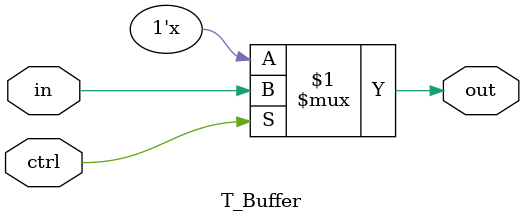
<source format=sv>
module T_Buffer(ctrl,in,out);
  input ctrl, in;
  output out;
  
  assign out = ctrl ? in:1'bz;
  
endmodule
</source>
